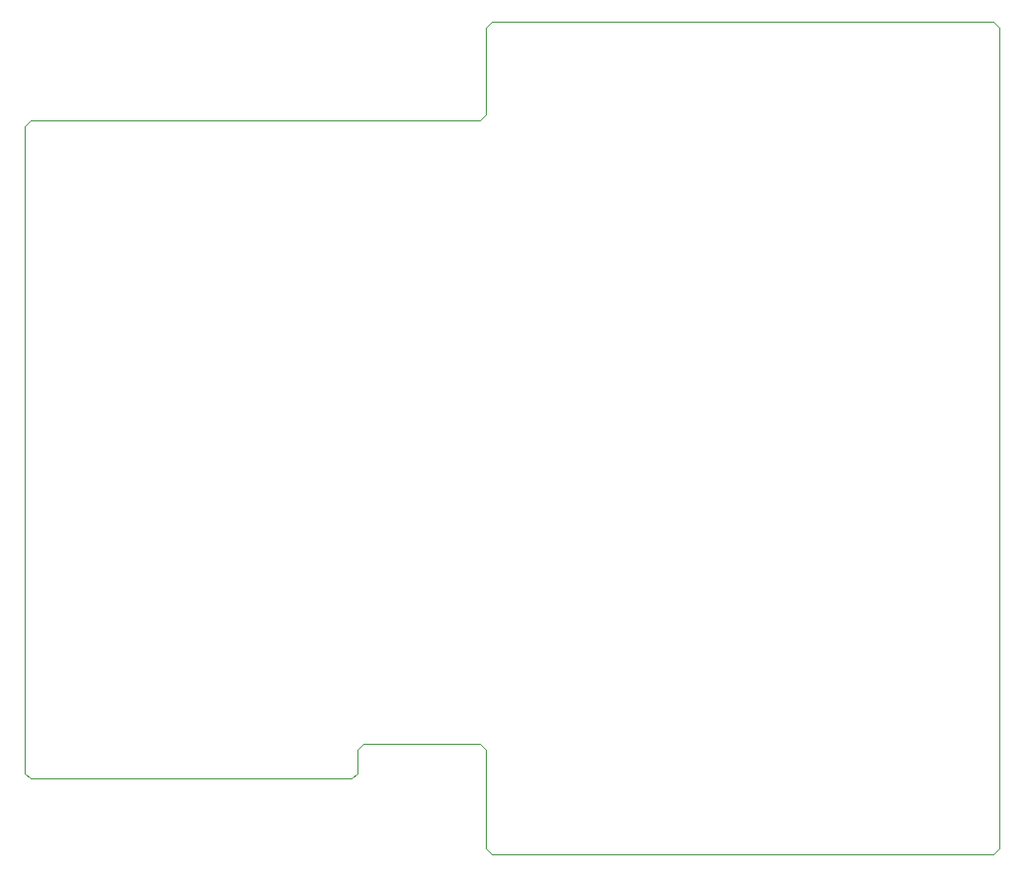
<source format=gm1>
G04 #@! TF.GenerationSoftware,KiCad,Pcbnew,(6.0.10-0)*
G04 #@! TF.CreationDate,2023-01-31T11:03:09+09:00*
G04 #@! TF.ProjectId,MEZ68030FPU,4d455a36-3830-4333-9046-50552e6b6963,A*
G04 #@! TF.SameCoordinates,PX5f5e100PY68e7780*
G04 #@! TF.FileFunction,Profile,NP*
%FSLAX46Y46*%
G04 Gerber Fmt 4.6, Leading zero omitted, Abs format (unit mm)*
G04 Created by KiCad (PCBNEW (6.0.10-0)) date 2023-01-31 11:03:09*
%MOMM*%
%LPD*%
G01*
G04 APERTURE LIST*
G04 #@! TA.AperFunction,Profile*
%ADD10C,0.100000*%
G04 #@! TD*
G04 APERTURE END LIST*
D10*
X83500000Y71000000D02*
X83500000Y500000D01*
X83000000Y0D01*
X40000000Y0D01*
X39500000Y500000D01*
X39500000Y9000000D01*
X39000000Y9500000D01*
X29000000Y9500000D01*
X28500000Y9000000D01*
X28500000Y7000000D01*
X28000000Y6500000D01*
X500000Y6500000D01*
X0Y7000000D01*
X0Y62500000D01*
X500000Y63000000D01*
X39000000Y63000000D01*
X39500000Y63500000D01*
X39500000Y71000000D01*
X40000000Y71500000D01*
X83000000Y71500000D01*
X83500000Y71000000D01*
M02*

</source>
